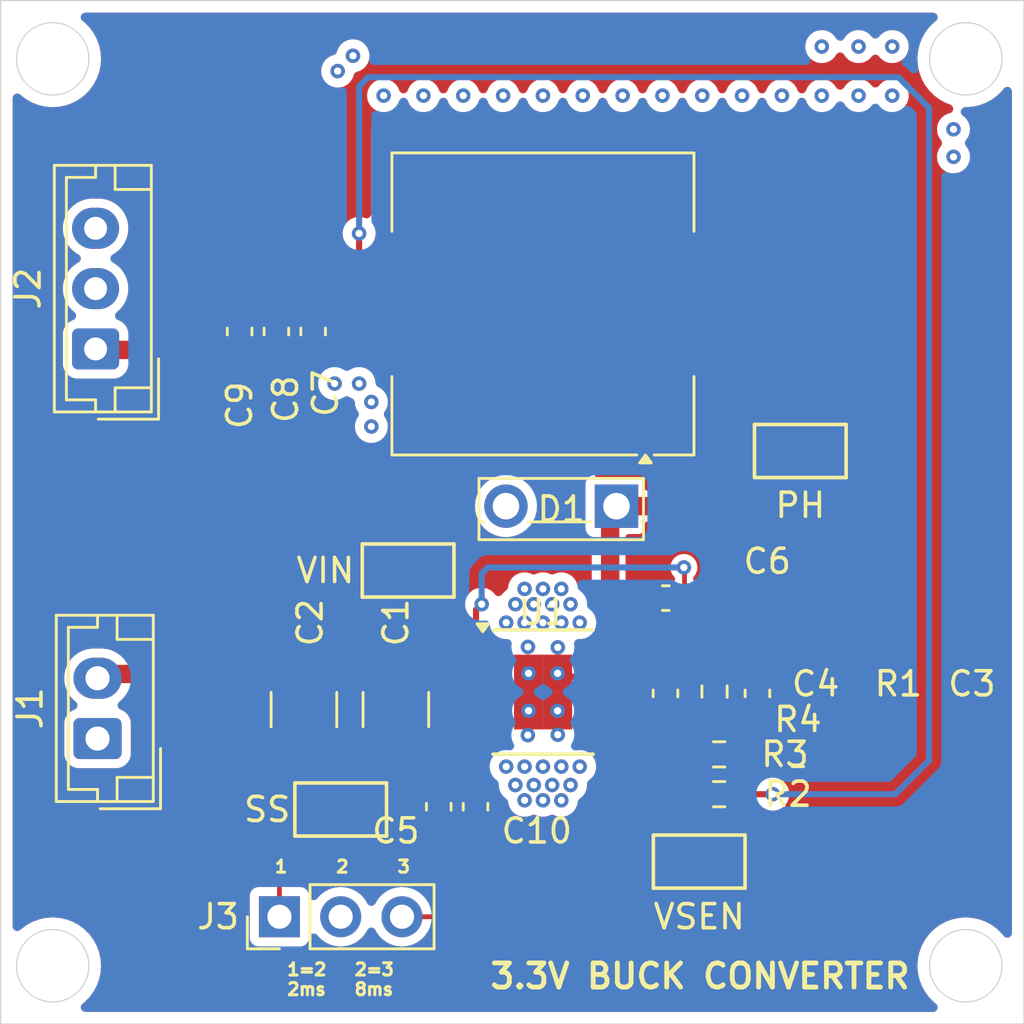
<source format=kicad_pcb>
(kicad_pcb (version 20240108) (generator "pcbnew") (generator_version "8.0")
  (layers (0 "F.Cu" signal) (31 "B.Cu" signal) (34 "B.Paste" user) (35 "F.Paste" user) (36 "B.SilkS" user "B.Silkscreen") (37 "F.SilkS" user "F.Silkscreen") (38 "B.Mask" user) (39 "F.Mask" user) (44 "Edge.Cuts" user))
  (net 0 "")
  (footprint "Capacitor_SMD:C_1210_3225Metric" (layer "F.Cu") (at 49.784 58.723 -90)
    (property "Reference" "C1" (at -3.605 0 -90) (layer "F.SilkS"))
    (property "Value" "22uF")
    (fp_line (start -0.711252 1.36) (end 0.711252 1.36) (stroke (width 0.12)) (layer "F.SilkS"))
    (fp_line (start -0.711252 -1.36) (end 0.711252 -1.36) (stroke (width 0.12)) (layer "F.SilkS"))
    (pad "1" smd roundrect (at -1.475 0 270) (size 1.15 2.7) (layers "F.Cu" "F.Paste" "F.Mask") (roundrect_rratio 0.217391))
    (pad "2" smd roundrect (at 1.475 0 270) (size 1.15 2.7) (layers "F.Cu" "F.Paste" "F.Mask") (roundrect_rratio 0.217391))
  )
  (footprint "Inductor_SMD:L_Coilcraft_MSS1278T-XXX" (layer "F.Cu") (at 55.88 41.91 180)
    (property "Reference" "L1" (hide yes))
    (property "Value" "12uH")
    (fp_line (start 6.26 6.26) (end 6.26 3.01) (stroke (width 0.12)) (layer "F.SilkS"))
    (fp_line (start 6.26 -6.26) (end 6.26 -3.01) (stroke (width 0.12)) (layer "F.SilkS"))
    (fp_line (start -3.89 -6.26) (end 6.26 -6.26) (stroke (width 0.12)) (layer "F.SilkS"))
    (fp_line (start -6.26 6.26) (end 6.26 6.26) (stroke (width 0.12)) (layer "F.SilkS"))
    (fp_line (start -6.26 6.26) (end -6.26 3.01) (stroke (width 0.12)) (layer "F.SilkS"))
    (fp_line (start -6.26 -6.26) (end -4.61 -6.26) (stroke (width 0.12)) (layer "F.SilkS"))
    (fp_line (start -6.26 -6.26) (end -6.26 -3.01) (stroke (width 0.12)) (layer "F.SilkS"))
    (fp_poly (pts (xy -4.25 -6.26) (xy -4.49 -6.59) (xy -4.01 -6.59) (xy -4.25 -6.26)) (stroke (width 0.12)) (fill solid) (layer "F.SilkS"))
    (pad "1" smd roundrect (at -4.25 0 180) (size 4 5.5) (layers "F.Cu" "F.Paste" "F.Mask"))
    (pad "2" smd roundrect (at 4.25 0 180) (size 4 5.5) (layers "F.Cu" "F.Paste" "F.Mask"))
  )
  (footprint "Connector_PinHeader_2.54mm:PinHeader_1x03_P2.54mm_Vertical" (layer "F.Cu") (at 44.958 67.31 90)
    (property "Reference" "J3" (at 0 -2.54 180) (layer "F.SilkS"))
    (property "Value" "Slow Start")
    (fp_line (start -1.33 -1.33) (end 0 -1.33) (stroke (width 0.12)) (layer "F.SilkS"))
    (fp_line (start -1.33 0) (end -1.33 -1.33) (stroke (width 0.12)) (layer "F.SilkS"))
    (fp_line (start 1.33 1.27) (end 1.33 6.41) (stroke (width 0.12)) (layer "F.SilkS"))
    (fp_line (start -1.33 1.27) (end 1.33 1.27) (stroke (width 0.12)) (layer "F.SilkS"))
    (fp_line (start -1.33 1.27) (end -1.33 6.41) (stroke (width 0.12)) (layer "F.SilkS"))
    (fp_line (start -1.33 6.41) (end 1.33 6.41) (stroke (width 0.12)) (layer "F.SilkS"))
    (pad "1" thru_hole rect (at 0 0 90) (size 1.7 1.7) (drill 1) (layers "*.Cu" "*.Mask"))
    (pad "2" thru_hole oval (at 0 2.54 90) (size 1.7 1.7) (drill 1) (layers "*.Cu" "*.Mask"))
    (pad "3" thru_hole oval (at 0 5.08 90) (size 1.7 1.7) (drill 1) (layers "*.Cu" "*.Mask"))
  )
  (footprint "TestPoint:TestPoint_Keystone_5015_Micro-Minature" (layer "F.Cu") (at 47.498 62.865)
    (property "Reference" "SS" (at -3.048 0 0) (layer "F.SilkS"))
    (property "Value" "TestPoint")
    (fp_line (start -1.9 -1.1) (end 1.9 -1.1) (stroke (width 0.15)) (layer "F.SilkS"))
    (fp_line (start -1.9 1.1) (end -1.9 -1.1) (stroke (width 0.15)) (layer "F.SilkS"))
    (fp_line (start 1.9 -1.1) (end 1.9 1.1) (stroke (width 0.15)) (layer "F.SilkS"))
    (fp_line (start 1.9 1.1) (end -1.9 1.1) (stroke (width 0.15)) (layer "F.SilkS"))
    (pad "1" smd rect (at 0 0) (size 3.4 1.8) (layers "F.Cu" "F.Paste" "F.Mask"))
  )
  (footprint "Capacitor_SMD:C_0603_1608Metric" (layer "F.Cu") (at 53.086 62.751 90)
    (property "Reference" "C10" (at -1.003 2.54 180) (layer "F.SilkS"))
    (property "Value" "20nF")
    (fp_line (start -0.14058 -0.51) (end 0.14058 -0.51) (stroke (width 0.12)) (layer "F.SilkS"))
    (fp_line (start -0.14058 0.51) (end 0.14058 0.51) (stroke (width 0.12)) (layer "F.SilkS"))
    (pad "1" smd roundrect (at -0.775 0 90) (size 0.9 0.95) (layers "F.Cu" "F.Paste" "F.Mask"))
    (pad "2" smd roundrect (at 0.775 0 90) (size 0.9 0.95) (layers "F.Cu" "F.Paste" "F.Mask"))
  )
  (footprint "Capacitor_SMD:C_0603_1608Metric" (layer "F.Cu") (at 43.307 43.053 90)
    (property "Reference" "C9" (at -3.061 0 90) (layer "F.SilkS"))
    (property "Value" "47uF")
    (fp_line (start -0.14058 -0.51) (end 0.14058 -0.51) (stroke (width 0.12)) (layer "F.SilkS"))
    (fp_line (start -0.14058 0.51) (end 0.14058 0.51) (stroke (width 0.12)) (layer "F.SilkS"))
    (pad "1" smd roundrect (at -0.775 0 90) (size 0.9 0.95) (layers "F.Cu" "F.Paste" "F.Mask"))
    (pad "2" smd roundrect (at 0.775 0 90) (size 0.9 0.95) (layers "F.Cu" "F.Paste" "F.Mask"))
  )
  (footprint "Capacitor_SMD:C_0603_1608Metric" (layer "F.Cu") (at 60.973 54.102 180)
    (property "Reference" "C6" (at -4.204 1.524 0) (layer "F.SilkS"))
    (property "Value" "100nF")
    (fp_line (start -0.14058 0.51) (end 0.14058 0.51) (stroke (width 0.12)) (layer "F.SilkS"))
    (fp_line (start -0.14058 -0.51) (end 0.14058 -0.51) (stroke (width 0.12)) (layer "F.SilkS"))
    (pad "1" smd roundrect (at -0.775 0 180) (size 0.9 0.95) (layers "F.Cu" "F.Paste" "F.Mask"))
    (pad "2" smd roundrect (at 0.775 0 180) (size 0.9 0.95) (layers "F.Cu" "F.Paste" "F.Mask"))
  )
  (footprint "Resistor_SMD:R_0603_1608Metric" (layer "F.Cu") (at 63.183 60.579)
    (property "Reference" "R3" (at 2.73 0 0) (layer "F.SilkS"))
    (property "Value" "1.5k")
    (fp_line (start -0.237258 -0.5225) (end 0.237258 -0.5225) (stroke (width 0.12)) (layer "F.SilkS"))
    (fp_line (start -0.237258 0.5225) (end 0.237258 0.5225) (stroke (width 0.12)) (layer "F.SilkS"))
    (pad "1" smd roundrect (at -0.825 0) (size 0.8 0.95) (layers "F.Cu" "F.Paste" "F.Mask"))
    (pad "2" smd roundrect (at 0.825 0) (size 0.8 0.95) (layers "F.Cu" "F.Paste" "F.Mask"))
  )
  (footprint "Package_TO_SOT_THT:TO-251-2_Vertical" (layer "F.Cu") (at 58.928 50.292 180)
    (property "Reference" "D1" (at 2.29 -0.12 0) (layer "F.SilkS"))
    (property "Value" "950mV 10A" (hide yes))
    (fp_line (start 5.7 -1.39) (end 5.7 1.15) (stroke (width 0.12)) (layer "F.SilkS"))
    (fp_line (start 5.505 -0.651) (end 5.7 -0.651) (stroke (width 0.12)) (layer "F.SilkS"))
    (fp_line (start 1.05 -0.651) (end 3.656 -0.651) (stroke (width 0.12)) (layer "F.SilkS"))
    (fp_line (start -1.12 1.15) (end 5.7 1.15) (stroke (width 0.12)) (layer "F.SilkS"))
    (fp_line (start -1.12 -0.651) (end -1.05 -0.651) (stroke (width 0.12)) (layer "F.SilkS"))
    (fp_line (start -1.12 -1.39) (end 5.7 -1.39) (stroke (width 0.12)) (layer "F.SilkS"))
    (fp_line (start -1.12 -1.39) (end -1.12 1.15) (stroke (width 0.12)) (layer "F.SilkS"))
    (pad "1" thru_hole rect (at 0 0 180) (size 1.8 1.8) (drill 1.1) (layers "*.Cu" "*.Mask"))
    (pad "2" thru_hole circle (at 4.58 0 180) (size 1.8 1.8) (drill 1.1) (layers "*.Cu" "*.Mask"))
  )
  (footprint "TestPoint:TestPoint_Keystone_5015_Micro-Minature" (layer "F.Cu") (at 50.292 52.959)
    (property "Reference" "VIN" (at -3.429 0 0) (layer "F.SilkS"))
    (property "Value" "TestPoint" (hide yes))
    (fp_line (start -1.9 -1.1) (end 1.9 -1.1) (stroke (width 0.15)) (layer "F.SilkS"))
    (fp_line (start -1.9 1.1) (end -1.9 -1.1) (stroke (width 0.15)) (layer "F.SilkS"))
    (fp_line (start 1.9 -1.1) (end 1.9 1.1) (stroke (width 0.15)) (layer "F.SilkS"))
    (fp_line (start 1.9 1.1) (end -1.9 1.1) (stroke (width 0.15)) (layer "F.SilkS"))
    (pad "1" smd rect (at 0 0) (size 3.4 1.8) (layers "F.Cu" "F.Paste" "F.Mask"))
  )
  (footprint "Resistor_SMD:R_0603_1608Metric" (layer "F.Cu") (at 63.183 62.23 180)
    (property "Reference" "R2" (at -2.857 0 0) (layer "F.SilkS"))
    (property "Value" "10k")
    (fp_line (start -0.237258 0.5225) (end 0.237258 0.5225) (stroke (width 0.12)) (layer "F.SilkS"))
    (fp_line (start -0.237258 -0.5225) (end 0.237258 -0.5225) (stroke (width 0.12)) (layer "F.SilkS"))
    (pad "1" smd roundrect (at -0.825 0 180) (size 0.8 0.95) (layers "F.Cu" "F.Paste" "F.Mask"))
    (pad "2" smd roundrect (at 0.825 0 180) (size 0.8 0.95) (layers "F.Cu" "F.Paste" "F.Mask"))
  )
  (footprint "Capacitor_SMD:C_1210_3225Metric" (layer "F.Cu") (at 45.974 58.723 -90)
    (property "Reference" "C2" (at -3.605 -0.254 -90) (layer "F.SilkS"))
    (property "Value" "22uF")
    (fp_line (start -0.711252 1.36) (end 0.711252 1.36) (stroke (width 0.12)) (layer "F.SilkS"))
    (fp_line (start -0.711252 -1.36) (end 0.711252 -1.36) (stroke (width 0.12)) (layer "F.SilkS"))
    (pad "1" smd roundrect (at -1.475 0 270) (size 1.15 2.7) (layers "F.Cu" "F.Paste" "F.Mask") (roundrect_rratio 0.217391))
    (pad "2" smd roundrect (at 1.475 0 270) (size 1.15 2.7) (layers "F.Cu" "F.Paste" "F.Mask") (roundrect_rratio 0.217391))
  )
  (footprint "Capacitor_SMD:C_0603_1608Metric" (layer "F.Cu") (at 51.562 62.751 90)
    (property "Reference" "C5" (at -1.003 -1.778 180) (layer "F.SilkS"))
    (property "Value" "5nF")
    (fp_line (start -0.14058 -0.51) (end 0.14058 -0.51) (stroke (width 0.12)) (layer "F.SilkS"))
    (fp_line (start -0.14058 0.51) (end 0.14058 0.51) (stroke (width 0.12)) (layer "F.SilkS"))
    (pad "1" smd roundrect (at -0.775 0 90) (size 0.9 0.95) (layers "F.Cu" "F.Paste" "F.Mask"))
    (pad "2" smd roundrect (at 0.775 0 90) (size 0.9 0.95) (layers "F.Cu" "F.Paste" "F.Mask"))
  )
  (footprint "TestPoint:TestPoint_Keystone_5015_Micro-Minature" (layer "F.Cu") (at 66.548 48.006 180)
    (property "Reference" "PH" (at 0 -2.25 0) (layer "F.SilkS"))
    (property "Value" "TestPoint")
    (fp_line (start 1.9 1.1) (end -1.9 1.1) (stroke (width 0.15)) (layer "F.SilkS"))
    (fp_line (start 1.9 -1.1) (end 1.9 1.1) (stroke (width 0.15)) (layer "F.SilkS"))
    (fp_line (start -1.9 1.1) (end -1.9 -1.1) (stroke (width 0.15)) (layer "F.SilkS"))
    (fp_line (start -1.9 -1.1) (end 1.9 -1.1) (stroke (width 0.15)) (layer "F.SilkS"))
    (pad "1" smd rect (at 0 0 180) (size 3.4 1.8) (layers "F.Cu" "F.Paste" "F.Mask"))
  )
  (footprint "Resistor_SMD:R_0603_1608Metric" (layer "F.Cu") (at 66.449701 60.565709)
    (property "Reference" "R4" (at 0 -1.43 0) (layer "F.SilkS"))
    (property "Value" "390")
    (fp_line (start -0.237258 -0.5225) (end 0.237258 -0.5225) (stroke (width 0.12)) (layer "F.SilkS"))
    (fp_line (start -0.237258 0.5225) (end 0.237258 0.5225) (stroke (width 0.12)) (layer "F.SilkS"))
    (pad "1" smd roundrect (at -0.825 0) (size 0.8 0.95) (layers "F.Cu" "F.Paste" "F.Mask"))
    (pad "2" smd roundrect (at 0.825 0) (size 0.8 0.95) (layers "F.Cu" "F.Paste" "F.Mask"))
  )
  (footprint "Connector_JST:JST_EH_B3B-EH-A_1x03_P2.50mm_Vertical" (layer "F.Cu") (at 37.338 43.775 90)
    (property "Reference" "J2" (at 2.5 -2.8 90) (layer "F.SilkS"))
    (property "Value" "Conn_01x03_Socket")
    (fp_line (start 7.61 -1.71) (end -2.61 -1.71) (stroke (width 0.12)) (layer "F.SilkS"))
    (fp_line (start -2.61 -1.71) (end -2.61 2.31) (stroke (width 0.12)) (layer "F.SilkS"))
    (fp_line (start 7.11 -1.21) (end 7.11 0) (stroke (width 0.12)) (layer "F.SilkS"))
    (fp_line (start -2.11 -1.21) (end 7.11 -1.21) (stroke (width 0.12)) (layer "F.SilkS"))
    (fp_line (start 7.11 0) (end 7.61 0) (stroke (width 0.12)) (layer "F.SilkS"))
    (fp_line (start -2.11 0) (end -2.11 -1.21) (stroke (width 0.12)) (layer "F.SilkS"))
    (fp_line (start -2.61 0) (end -2.11 0) (stroke (width 0.12)) (layer "F.SilkS"))
    (fp_line (start -2.91 0.11) (end -2.91 2.61) (stroke (width 0.12)) (layer "F.SilkS"))
    (fp_line (start 7.61 0.81) (end 6.61 0.81) (stroke (width 0.12)) (layer "F.SilkS"))
    (fp_line (start 6.61 0.81) (end 6.61 2.31) (stroke (width 0.12)) (layer "F.SilkS"))
    (fp_line (start -1.61 0.81) (end -1.61 2.31) (stroke (width 0.12)) (layer "F.SilkS"))
    (fp_line (start -2.61 0.81) (end -1.61 0.81) (stroke (width 0.12)) (layer "F.SilkS"))
    (fp_line (start 7.61 2.31) (end 7.61 -1.71) (stroke (width 0.12)) (layer "F.SilkS"))
    (fp_line (start -2.61 2.31) (end 7.61 2.31) (stroke (width 0.12)) (layer "F.SilkS"))
    (fp_line (start -2.91 2.61) (end -0.41 2.61) (stroke (width 0.12)) (layer "F.SilkS"))
    (pad "1" thru_hole roundrect (at 0 0 90) (size 1.7 1.95) (drill 0.95) (layers "*.Cu" "*.Mask") (roundrect_rratio 0.147059))
    (pad "2" thru_hole oval (at 2.5 0 90) (size 1.7 1.95) (drill 0.95) (layers "*.Cu" "*.Mask"))
    (pad "3" thru_hole oval (at 5 0 90) (size 1.7 1.95) (drill 0.95) (layers "*.Cu" "*.Mask"))
  )
  (footprint "TestPoint:TestPoint_Keystone_5015_Micro-Minature" (layer "F.Cu") (at 62.357 65.024)
    (property "Reference" "VSEN" (at 0 2.286 0) (layer "F.SilkS"))
    (property "Value" "TestPoint" (hide yes))
    (fp_line (start -1.9 -1.1) (end 1.9 -1.1) (stroke (width 0.15)) (layer "F.SilkS"))
    (fp_line (start -1.9 1.1) (end -1.9 -1.1) (stroke (width 0.15)) (layer "F.SilkS"))
    (fp_line (start 1.9 -1.1) (end 1.9 1.1) (stroke (width 0.15)) (layer "F.SilkS"))
    (fp_line (start 1.9 1.1) (end -1.9 1.1) (stroke (width 0.15)) (layer "F.SilkS"))
    (pad "1" smd rect (at 0 0) (size 3.4 1.8) (layers "F.Cu" "F.Paste" "F.Mask"))
  )
  (footprint "Capacitor_SMD:C_0603_1608Metric" (layer "F.Cu") (at 64.771 58.052 -90)
    (property "Reference" "C3" (at -0.394 -8.89 180) (layer "F.SilkS"))
    (property "Value" "1nF")
    (fp_line (start -0.14058 0.51) (end 0.14058 0.51) (stroke (width 0.12)) (layer "F.SilkS"))
    (fp_line (start -0.14058 -0.51) (end 0.14058 -0.51) (stroke (width 0.12)) (layer "F.SilkS"))
    (pad "1" smd roundrect (at -0.775 0 270) (size 0.9 0.95) (layers "F.Cu" "F.Paste" "F.Mask"))
    (pad "2" smd roundrect (at 0.775 0 270) (size 0.9 0.95) (layers "F.Cu" "F.Paste" "F.Mask"))
  )
  (footprint "Resistor_SMD:R_0603_1608Metric" (layer "F.Cu") (at 62.992 57.976 90)
    (property "Reference" "R1" (at 0.318 7.62 180) (layer "F.SilkS"))
    (property "Value" "50k")
    (fp_line (start -0.237258 -0.5225) (end 0.237258 -0.5225) (stroke (width 0.12)) (layer "F.SilkS"))
    (fp_line (start -0.237258 0.5225) (end 0.237258 0.5225) (stroke (width 0.12)) (layer "F.SilkS"))
    (pad "1" smd roundrect (at -0.825 0 90) (size 0.8 0.95) (layers "F.Cu" "F.Paste" "F.Mask"))
    (pad "2" smd roundrect (at 0.825 0 90) (size 0.8 0.95) (layers "F.Cu" "F.Paste" "F.Mask"))
  )
  (footprint "Connector_JST:JST_EH_B2B-EH-A_1x02_P2.50mm_Vertical" (layer "F.Cu") (at 37.419 59.924 90)
    (property "Reference" "J1" (at 1.25 -2.8 90) (layer "F.SilkS"))
    (property "Value" "+12V In")
    (fp_line (start 5.11 -1.71) (end -2.61 -1.71) (stroke (width 0.12)) (layer "F.SilkS"))
    (fp_line (start -2.61 -1.71) (end -2.61 2.31) (stroke (width 0.12)) (layer "F.SilkS"))
    (fp_line (start 4.61 -1.21) (end 4.61 0) (stroke (width 0.12)) (layer "F.SilkS"))
    (fp_line (start -2.11 -1.21) (end 4.61 -1.21) (stroke (width 0.12)) (layer "F.SilkS"))
    (fp_line (start 4.61 0) (end 5.11 0) (stroke (width 0.12)) (layer "F.SilkS"))
    (fp_line (start -2.11 0) (end -2.11 -1.21) (stroke (width 0.12)) (layer "F.SilkS"))
    (fp_line (start -2.61 0) (end -2.11 0) (stroke (width 0.12)) (layer "F.SilkS"))
    (fp_line (start -2.91 0.11) (end -2.91 2.61) (stroke (width 0.12)) (layer "F.SilkS"))
    (fp_line (start 5.11 0.81) (end 4.11 0.81) (stroke (width 0.12)) (layer "F.SilkS"))
    (fp_line (start 4.11 0.81) (end 4.11 2.31) (stroke (width 0.12)) (layer "F.SilkS"))
    (fp_line (start -1.61 0.81) (end -1.61 2.31) (stroke (width 0.12)) (layer "F.SilkS"))
    (fp_line (start -2.61 0.81) (end -1.61 0.81) (stroke (width 0.12)) (layer "F.SilkS"))
    (fp_line (start 5.11 2.31) (end 5.11 -1.71) (stroke (width 0.12)) (layer "F.SilkS"))
    (fp_line (start -2.61 2.31) (end 5.11 2.31) (stroke (width 0.12)) (layer "F.SilkS"))
    (fp_line (start -2.91 2.61) (end -0.41 2.61) (stroke (width 0.12)) (layer "F.SilkS"))
    (pad "1" thru_hole roundrect (at 0 0 90) (size 1.7 2) (drill 1) (layers "*.Cu" "*.Mask") (roundrect_rratio 0.147059))
    (pad "2" thru_hole oval (at 2.5 0 90) (size 1.7 2) (drill 1) (layers "*.Cu" "*.Mask"))
  )
  (footprint "Capacitor_SMD:C_0603_1608Metric" (layer "F.Cu") (at 46.355 43.053 90)
    (property "Reference" "C7" (at -2.553 0.508 90) (layer "F.SilkS"))
    (property "Value" "47uF")
    (fp_line (start -0.14058 -0.51) (end 0.14058 -0.51) (stroke (width 0.12)) (layer "F.SilkS"))
    (fp_line (start -0.14058 0.51) (end 0.14058 0.51) (stroke (width 0.12)) (layer "F.SilkS"))
    (pad "1" smd roundrect (at -0.775 0 90) (size 0.9 0.95) (layers "F.Cu" "F.Paste" "F.Mask"))
    (pad "2" smd roundrect (at 0.775 0 90) (size 0.9 0.95) (layers "F.Cu" "F.Paste" "F.Mask"))
  )
  (footprint "Package_SO:TI_SO-PowerPAD-8" (layer "F.Cu") (at 55.885983 57.996194)
    (property "Reference" "U1" (at 0 -3.3 0) (layer "F.SilkS"))
    (property "Value" "~")
    (fp_line (start -2.075 -2.575) (end 2.075 -2.575) (stroke (width 0.15)) (layer "F.SilkS"))
    (fp_line (start -2.075 2.575) (end 2.075 2.575) (stroke (width 0.15)) (layer "F.SilkS"))
    (fp_poly (pts (xy -2.5 -2.5) (xy -2.74 -2.83) (xy -2.26 -2.83) (xy -2.5 -2.5)) (stroke (width 0.12)) (fill solid) (layer "F.SilkS"))
    (pad "1" smd rect (at -2.78 -1.905) (size 1.91 0.61) (layers "F.Cu" "F.Paste" "F.Mask"))
    (pad "2" smd rect (at -2.78 -0.635) (size 1.91 0.61) (layers "F.Cu" "F.Paste" "F.Mask"))
    (pad "3" smd rect (at -2.78 0.635) (size 1.91 0.61) (layers "F.Cu" "F.Paste" "F.Mask"))
    (pad "4" smd rect (at -2.78 1.905) (size 1.91 0.61) (layers "F.Cu" "F.Paste" "F.Mask"))
    (pad "5" smd rect (at 2.78 1.905) (size 1.91 0.61) (layers "F.Cu" "F.Paste" "F.Mask"))
    (pad "6" smd rect (at 2.78 0.635) (size 1.91 0.61) (layers "F.Cu" "F.Paste" "F.Mask"))
    (pad "7" smd rect (at 2.78 -0.635) (size 1.91 0.61) (layers "F.Cu" "F.Paste" "F.Mask"))
    (pad "8" smd rect (at 2.78 -1.905) (size 1.91 0.61) (layers "F.Cu" "F.Paste" "F.Mask"))
    (pad "9" smd rect (at -0.6025 -0.775) (size 1.205 1.55) (layers "F.Cu" "F.Paste" "F.Mask"))
    (pad "9" smd rect (at -0.6025 0.775) (size 1.205 1.55) (layers "F.Cu" "F.Paste" "F.Mask"))
    (pad "9" smd rect (at 0.6025 -0.775) (size 1.205 1.55) (layers "F.Cu" "F.Paste" "F.Mask"))
    (pad "9" smd rect (at 0.6025 0.775) (size 1.205 1.55) (layers "F.Cu" "F.Paste" "F.Mask"))
  )
  (footprint "Capacitor_SMD:C_0603_1608Metric" (layer "F.Cu") (at 60.96 58.052 90)
    (property "Reference" "C4" (at 0.394 6.223 180) (layer "F.SilkS"))
    (property "Value" "10pF")
    (fp_line (start -0.14058 -0.51) (end 0.14058 -0.51) (stroke (width 0.12)) (layer "F.SilkS"))
    (fp_line (start -0.14058 0.51) (end 0.14058 0.51) (stroke (width 0.12)) (layer "F.SilkS"))
    (pad "1" smd roundrect (at -0.775 0 90) (size 0.9 0.95) (layers "F.Cu" "F.Paste" "F.Mask"))
    (pad "2" smd roundrect (at 0.775 0 90) (size 0.9 0.95) (layers "F.Cu" "F.Paste" "F.Mask"))
  )
  (footprint "Capacitor_SMD:C_0603_1608Metric" (layer "F.Cu") (at 44.831 43.053 90)
    (property "Reference" "C8" (at -2.807 0.381 90) (layer "F.SilkS"))
    (property "Value" "47uF")
    (fp_line (start -0.14058 -0.51) (end 0.14058 -0.51) (stroke (width 0.12)) (layer "F.SilkS"))
    (fp_line (start -0.14058 0.51) (end 0.14058 0.51) (stroke (width 0.12)) (layer "F.SilkS"))
    (pad "1" smd roundrect (at -0.775 0 90) (size 0.9 0.95) (layers "F.Cu" "F.Paste" "F.Mask"))
    (pad "2" smd roundrect (at 0.775 0 90) (size 0.9 0.95) (layers "F.Cu" "F.Paste" "F.Mask"))
  )
  (gr_rect (start 33.401 29.337) (end 75.819 71.755) (stroke (width 0.05)) (fill none) (layer "Edge.Cuts"))
  (gr_circle (center 73.406 31.75) (end 74.905997 31.75) (stroke (width 0.05)) (fill none) (layer "Edge.Cuts"))
  (gr_circle (center 35.56 69.342) (end 37.059997 69.342) (stroke (width 0.05)) (fill none) (layer "Edge.Cuts"))
  (gr_circle (center 73.406 69.342) (end 74.905997 69.342) (stroke (width 0.05)) (fill none) (layer "Edge.Cuts"))
  (gr_circle (center 35.56 31.75) (end 37.059997 31.75) (stroke (width 0.05)) (fill none) (layer "Edge.Cuts"))
  (gr_text "2=3\n8ms" (at 48.006 70.612 0) (layer "F.SilkS") (effects (font (size 0.508 0.508) (thickness 0.127) (bold yes)) (justify left bottom)))
  (gr_text "2" (at 47.244 65.532 0) (layer "F.SilkS") (effects (font (size 0.508 0.508) (thickness 0.127) (bold yes)) (justify left bottom)))
  (gr_text "1" (at 44.704 65.532 0) (layer "F.SilkS") (effects (font (size 0.508 0.508) (thickness 0.127) (bold yes)) (justify left bottom)))
  (gr_text "1=2 \n2ms" (at 45.212 70.612 0) (layer "F.SilkS") (effects (font (size 0.508 0.508) (thickness 0.127) (bold yes)) (justify left bottom)))
  (gr_text "3" (at 49.784 65.532 0) (layer "F.SilkS") (effects (font (size 0.508 0.508) (thickness 0.127) (bold yes)) (justify left bottom)))
  (gr_text "3.3V BUCK CONVERTER\n" (at 53.594 70.358 0) (layer "F.SilkS") (effects (font (size 1 1) (thickness 0.2) (bold yes)) (justify left bottom)))
  (segment (start 48.26 43.561) (end 47.879 43.942) (width 0.254) (layer "F.Cu") (net 0))
  (segment (start 61.722 52.832) (end 61.748 52.858) (width 0.2) (layer "F.Cu") (net 0))
  (segment (start 58.665983 52.832) (end 58.665983 50.554017) (width 0.762) (layer "F.Cu") (net 0))
  (segment (start 64.516 46.863) (end 64.516 47.879) (width 0.762) (layer "F.Cu") (net 0))
  (segment (start 48.26 43.688) (end 48.514 43.942) (width 0.254) (layer "F.Cu") (net 0))
  (segment (start 62.358 62.231) (end 62.357 62.232) (width 0.254) (layer "F.Cu") (net 0))
  (segment (start 51.562 64.008) (end 50.8 64.77) (width 0.2) (layer "F.Cu") (net 0))
  (segment (start 59.173983 54.102) (end 58.665983 53.594) (width 0.762) (layer "F.Cu") (net 0))
  (segment (start 37.465 43.775) (end 37.505 43.815) (width 0.762) (layer "F.Cu") (net 0))
  (segment (start 58.665983 57.361194) (end 56.628483 57.361194) (width 0.254) (layer "F.Cu") (net 0))
  (segment (start 60.13 41.91) (end 63.5 41.91) (width 0.762) (layer "F.Cu") (net 0))
  (segment (start 62.358 60.579) (end 62.358 62.23) (width 0.254) (layer "F.Cu") (net 0))
  (segment (start 64.77 48.133) (end 64.516 47.879) (width 0.762) (layer "F.Cu") (net 0))
  (segment (start 52.832 61.214) (end 49.149 61.214) (width 0.2) (layer "F.Cu") (net 0))
  (segment (start 64.516 49.276) (end 64.516 49.784) (width 0.762) (layer "F.Cu") (net 0))
  (segment (start 53.105983 61.214) (end 52.832 61.214) (width 0.2) (layer "F.Cu") (net 0))
  (segment (start 65.61141 60.579) (end 65.624701 60.565709) (width 0.2) (layer "F.Cu") (net 0))
  (segment (start 51.562 43.18) (end 50.8 43.942) (width 0.762) (layer "F.Cu") (net 0))
  (segment (start 64.77 57.277) (end 63.118 57.277) (width 0.254) (layer "F.Cu") (net 0))
  (segment (start 60.96 58.827) (end 62.966 58.827) (width 0.254) (layer "F.Cu") (net 0))
  (segment (start 52.07 57.15) (end 52.894789 57.15) (width 0.762) (layer "F.Cu") (net 0))
  (segment (start 48.26 43.307) (end 48.26 43.561) (width 0.254) (layer "F.Cu") (net 0))
  (segment (start 37.494 57.248) (end 45.974 57.248) (width 0.762) (layer "F.Cu") (net 0))
  (segment (start 64.516 42.926) (end 64.516 46.863) (width 0.762) (layer "F.Cu") (net 0))
  (segment (start 59.393194 59.901194) (end 60.071 60.579) (width 0.254) (layer "F.Cu") (net 0))
  (segment (start 66.548 48.133) (end 64.77 48.133) (width 0.762) (layer "F.Cu") (net 0))
  (segment (start 51.435 54.356) (end 51.435 53.213) (width 0.762) (layer "F.Cu") (net 0))
  (segment (start 56.628483 57.361194) (end 56.488483 57.221194) (width 0.254) (layer "F.Cu") (net 0))
  (segment (start 64.516 47.879) (end 64.516 49.276) (width 0.762) (layer "F.Cu") (net 0))
  (segment (start 59.173983 54.102) (end 60.198 54.102) (width 0.762) (layer "F.Cu") (net 0))
  (segment (start 58.665983 54.61) (end 59.173983 54.102) (width 0.762) (layer "F.Cu") (net 0))
  (segment (start 45.974 57.248) (end 49.784 57.248) (width 0.762) (layer "F.Cu") (net 0))
  (segment (start 53.086 66.04) (end 51.816 67.31) (width 0.2) (layer "F.Cu") (net 0))
  (segment (start 60.875806 57.361194) (end 60.96 57.277) (width 0.254) (layer "F.Cu") (net 0))
  (segment (start 48.26 43.307) (end 47.625 43.942) (width 0.254) (layer "F.Cu") (net 0))
  (segment (start 53.105983 59.901194) (end 53.105983 60.96) (width 0.2) (layer "F.Cu") (net 0))
  (segment (start 58.665983 59.901194) (end 59.393194 59.901194) (width 0.254) (layer "F.Cu") (net 0))
  (segment (start 58.665983 56.091194) (end 58.665983 54.61) (width 0.762) (layer "F.Cu") (net 0))
  (segment (start 60.764194 58.631194) (end 60.96 58.827) (width 0.254) (layer "F.Cu") (net 0))
  (segment (start 61.748 52.858) (end 61.748 54.102) (width 0.2) (layer "F.Cu") (net 0))
  (segment (start 53.105983 61.214) (end 53.105983 61.956017) (width 0.2) (layer "F.Cu") (net 0))
  (segment (start 51.816 67.31) (end 50.038 67.31) (width 0.2) (layer "F.Cu") (net 0))
  (segment (start 51.63 41.91) (end 51.63 42.223) (width 0.762) (layer "F.Cu") (net 0))
  (segment (start 58.665983 58.631194) (end 60.764194 58.631194) (width 0.254) (layer "F.Cu") (net 0))
  (segment (start 64.516 49.276) (end 65.659 48.133) (width 0.762) (layer "F.Cu") (net 0))
  (segment (start 51.435 56.515) (end 51.435 54.356) (width 0.762) (layer "F.Cu") (net 0))
  (segment (start 66.548 48.133) (end 65.786 48.133) (width 0.762) (layer "F.Cu") (net 0))
  (segment (start 46.355 43.828) (end 43.307 43.828) (width 0.762) (layer "F.Cu") (net 0))
  (segment (start 53.086 63.526) (end 53.086 66.04) (width 0.2) (layer "F.Cu") (net 0))
  (segment (start 52.832 61.214) (end 53.086 61.468) (width 0.2) (layer "F.Cu") (net 0))
  (segment (start 65.659 48.133) (end 66.548 48.133) (width 0.762) (layer "F.Cu") (net 0))
  (segment (start 50.8 43.942) (end 49.911 43.942) (width 0.762) (layer "F.Cu") (net 0))
  (segment (start 49.784 57.15) (end 52.07 57.15) (width 0.762) (layer "F.Cu") (net 0))
  (segment (start 63.5 41.91) (end 64.516 42.926) (width 0.762) (layer "F.Cu") (net 0))
  (segment (start 58.665983 57.361194) (end 60.875806 57.361194) (width 0.254) (layer "F.Cu") (net 0))
  (segment (start 58.665983 54.61) (end 58.665983 52.832) (width 0.762) (layer "F.Cu") (net 0))
  (segment (start 48.26 43.307) (end 48.26 43.688) (width 0.254) (layer "F.Cu") (net 0))
  (segment (start 58.665983 50.554017) (end 58.928 50.292) (width 0.762) (layer "F.Cu") (net 0))
  (segment (start 58.665983 53.594) (end 58.665983 52.832) (width 0.762) (layer "F.Cu") (net 0))
  (segment (start 53.105983 60.96) (end 53.105983 61.214) (width 0.2) (layer "F.Cu") (net 0))
  (segment (start 53.086 61.468) (end 53.086 61.976) (width 0.2) (layer "F.Cu") (net 0))
  (segment (start 51.63 42.223) (end 49.911 43.942) (width 0.762) (layer "F.Cu") (net 0))
  (segment (start 64.008 62.23) (end 65.405 62.23) (width 0.254) (layer "F.Cu") (net 0))
  (segment (start 64.008 50.292) (end 58.928 50.292) (width 0.762) (layer "F.Cu") (net 0))
  (segment (start 60.071 60.579) (end 62.358 60.579) (width 0.254) (layer "F.Cu") (net 0))
  (segment (start 51.562 63.526) (end 51.562 64.008) (width 0.2) (layer "F.Cu") (net 0))
  (segment (start 62.358 62.23) (end 62.358 62.231) (width 0.254) (layer "F.Cu") (net 0))
  (segment (start 64.008 60.579) (end 65.61141 60.579) (width 0.2) (layer "F.Cu") (net 0))
  (segment (start 63.118 57.277) (end 62.992 57.151) (width 0.254) (layer "F.Cu") (net 0))
  (segment (start 53.105983 54.590017) (end 53.105983 56.091194) (width 0.254) (layer "F.Cu") (net 0))
  (segment (start 53.105983 61.956017) (end 53.086 61.976) (width 0.2) (layer "F.Cu") (net 0))
  (segment (start 62.357 62.232) (end 62.357 65.024) (width 0.254) (layer "F.Cu") (net 0))
  (segment (start 52.07 57.15) (end 51.435 56.515) (width 0.762) (layer "F.Cu") (net 0))
  (segment (start 50.8 64.77) (end 45.974 64.77) (width 0.2) (layer "F.Cu") (net 0))
  (segment (start 65.786 48.133) (end 64.516 46.863) (width 0.762) (layer "F.Cu") (net 0))
  (segment (start 44.818 43.815) (end 44.831 43.828) (width 0.762) (layer "F.Cu") (net 0))
  (segment (start 46.355 43.828) (end 49.712 43.828) (width 0.762) (layer "F.Cu") (net 0))
  (segment (start 45.974 64.77) (end 44.958 65.786) (width 0.2) (layer "F.Cu") (net 0))
  (segment (start 52.894789 57.15) (end 53.105983 57.361194) (width 0.762) (layer "F.Cu") (net 0))
  (segment (start 49.712 43.828) (end 51.63 41.91) (width 0.762) (layer "F.Cu") (net 0))
  (segment (start 52.832 61.214) (end 52.851983 61.214) (width 0.2) (layer "F.Cu") (net 0))
  (segment (start 48.514 57.404) (end 50.8 57.404) (width 0.762) (layer "F.Cu") (net 0))
  (segment (start 53.34 54.356) (end 53.105983 54.590017) (width 0.254) (layer "F.Cu") (net 0))
  (segment (start 50.8 57.404) (end 52.973 57.404) (width 0.762) (layer "F.Cu") (net 0))
  (segment (start 48.895 43.942) (end 49.022 43.942) (width 0.254) (layer "F.Cu") (net 0))
  (segment (start 62.966 58.827) (end 62.992 58.801) (width 0.254) (layer "F.Cu") (net 0))
  (segment (start 48.26 43.307) (end 48.895 43.942) (width 0.254) (layer "F.Cu") (net 0))
  (segment (start 37.338 57.404) (end 37.494 57.248) (width 0.762) (layer "F.Cu") (net 0))
  (segment (start 37.505 43.815) (end 44.818 43.815) (width 0.762) (layer "F.Cu") (net 0))
  (segment (start 52.851983 61.214) (end 53.105983 60.96) (width 0.2) (layer "F.Cu") (net 0))
  (segment (start 53.086 61.976) (end 51.562 61.976) (width 0.2) (layer "F.Cu") (net 0))
  (segment (start 44.958 65.786) (end 44.958 67.31) (width 0.2) (layer "F.Cu") (net 0))
  (segment (start 64.516 49.784) (end 64.008 50.292) (width 0.762) (layer "F.Cu") (net 0))
  (segment (start 49.149 61.214) (end 47.498 62.865) (width 0.2) (layer "F.Cu") (net 0))
  (segment (start 48.26 38.989) (end 48.26 43.307) (width 0.254) (layer "F.Cu") (net 0))
  (via (at 54.737 54.356) (size 0.6) (drill 0.3) (layers "F.Cu" "B.Cu") (net 0))
  (via (at 54.229 33.274) (size 0.6) (drill 0.3) (layers "F.Cu" "B.Cu") (net 0))
  (via (at 57.404 55.118) (size 0.6) (drill 0.3) (layers "F.Cu" "B.Cu") (net 0))
  (via (at 56.642 55.118) (size 0.6) (drill 0.3) (layers "F.Cu" "B.Cu") (net 0))
  (via (at 56.261 54.356) (size 0.6) (drill 0.3) (layers "F.Cu" "B.Cu") (net 0))
  (via (at 48.26 38.989) (size 0.6) (drill 0.3) (layers "F.Cu" "B.Cu") (net 0))
  (via (at 48.26 45.212) (size 0.6) (drill 0.3) (layers "F.Cu" "B.Cu") (net 0))
  (via (at 56.488483 57.221194) (size 0.6) (drill 0.3) (layers "F.Cu" "B.Cu") (net 0))
  (via (at 55.88 53.721) (size 0.6) (drill 0.3) (layers "F.Cu" "B.Cu") (net 0))
  (via (at 61.722 52.832) (size 0.6) (drill 0.3) (layers "F.Cu" "B.Cu") (net 0))
  (via (at 55.118 55.118) (size 0.6) (drill 0.3) (layers "F.Cu" "B.Cu") (net 0))
  (via (at 67.437 33.274) (size 0.6) (drill 0.3) (layers "F.Cu" "B.Cu") (net 0))
  (via (at 68.961 33.274) (size 0.6) (drill 0.3) (layers "F.Cu" "B.Cu") (net 0))
  (via (at 56.642 53.721) (size 0.6) (drill 0.3) (layers "F.Cu" "B.Cu") (net 0))
  (via (at 68.961 31.242) (size 0.6) (drill 0.3) (layers "F.Cu" "B.Cu") (net 0))
  (via (at 55.118 53.721) (size 0.6) (drill 0.3) (layers "F.Cu" "B.Cu") (net 0))
  (via (at 62.484 33.274) (size 0.6) (drill 0.3) (layers "F.Cu" "B.Cu") (net 0))
  (via (at 55.88 62.484) (size 0.6) (drill 0.3) (layers "F.Cu" "B.Cu") (net 0))
  (via (at 47.371 32.258) (size 0.6) (drill 0.3) (layers "F.Cu" "B.Cu") (net 0))
  (via (at 48.768 46.99) (size 0.6) (drill 0.3) (layers "F.Cu" "B.Cu") (net 0))
  (via (at 57.023 54.356) (size 0.6) (drill 0.3) (layers "F.Cu" "B.Cu") (net 0))
  (via (at 72.898 34.671) (size 0.6) (drill 0.3) (layers "F.Cu" "B.Cu") (net 0))
  (via (at 47.244 45.212) (size 0.6) (drill 0.3) (layers "F.Cu" "B.Cu") (net 0))
  (via (at 54.356 61.087) (size 0.6) (drill 0.3) (layers "F.Cu" "B.Cu") (net 0))
  (via (at 55.253894 59.782224) (size 0.6) (drill 0.3) (layers "F.Cu" "B.Cu") (net 0))
  (via (at 67.437 31.242) (size 0.6) (drill 0.3) (layers "F.Cu" "B.Cu") (net 0))
  (via (at 55.88 61.087) (size 0.6) (drill 0.3) (layers "F.Cu" "B.Cu") (net 0))
  (via (at 56.495083 59.764365) (size 0.6) (drill 0.3) (layers "F.Cu" "B.Cu") (net 0))
  (via (at 70.358 31.242) (size 0.6) (drill 0.3) (layers "F.Cu" "B.Cu") (net 0))
  (via (at 57.404 61.087) (size 0.6) (drill 0.3) (layers "F.Cu" "B.Cu") (net 0))
  (via (at 70.358 33.274) (size 0.6) (drill 0.3) (layers "F.Cu" "B.Cu") (net 0))
  (via (at 55.88 55.118) (size 0.6) (drill 0.3) (layers "F.Cu" "B.Cu") (net 0))
  (via (at 56.497129 56.143929) (size 0.6) (drill 0.3) (layers "F.Cu" "B.Cu") (net 0))
  (via (at 49.276 33.274) (size 0.6) (drill 0.3) (layers "F.Cu" "B.Cu") (net 0))
  (via (at 48.006 31.623) (size 0.6) (drill 0.3) (layers "F.Cu" "B.Cu") (net 0))
  (via (at 56.488483 58.771194) (size 0.6) (drill 0.3) (layers "F.Cu" "B.Cu") (net 0))
  (via (at 55.118 62.484) (size 0.6) (drill 0.3) (layers "F.Cu" "B.Cu") (net 0))
  (via (at 60.833 33.274) (size 0.6) (drill 0.3) (layers "F.Cu" "B.Cu") (net 0))
  (via (at 53.34 54.356) (size 0.6) (drill 0.3) (layers "F.Cu" "B.Cu") (net 0))
  (via (at 65.405 62.23) (size 0.6) (drill 0.3) (layers "F.Cu" "B.Cu") (net 0))
  (via (at 50.927 33.274) (size 0.6) (drill 0.3) (layers "F.Cu" "B.Cu") (net 0))
  (via (at 55.283483 57.221194) (size 0.6) (drill 0.3) (layers "F.Cu" "B.Cu") (net 0))
  (via (at 57.023 61.849) (size 0.6) (drill 0.3) (layers "F.Cu" "B.Cu") (net 0))
  (via (at 57.531 33.274) (size 0.6) (drill 0.3) (layers "F.Cu" "B.Cu") (net 0))
  (via (at 52.578 33.274) (size 0.6) (drill 0.3) (layers "F.Cu" "B.Cu") (net 0))
  (via (at 55.499 61.849) (size 0.6) (drill 0.3) (layers "F.Cu" "B.Cu") (net 0))
  (via (at 65.786 33.274) (size 0.6) (drill 0.3) (layers "F.Cu" "B.Cu") (net 0))
  (via (at 72.898 35.814) (size 0.6) (drill 0.3) (layers "F.Cu" "B.Cu") (net 0))
  (via (at 54.737 61.849) (size 0.6) (drill 0.3) (layers "F.Cu" "B.Cu") (net 0))
  (via (at 54.356 55.118) (size 0.6) (drill 0.3) (layers "F.Cu" "B.Cu") (net 0))
  (via (at 48.768 45.974) (size 0.6) (drill 0.3) (layers "F.Cu" "B.Cu") (net 0))
  (via (at 59.182 33.274) (size 0.6) (drill 0.3) (layers "F.Cu" "B.Cu") (net 0))
  (via (at 55.258917 56.12607) (size 0.6) (drill 0.3) (layers "F.Cu" "B.Cu") (net 0))
  (via (at 56.642 61.087) (size 0.6) (drill 0.3) (layers "F.Cu" "B.Cu") (net 0))
  (via (at 55.499 54.356) (size 0.6) (drill 0.3) (layers "F.Cu" "B.Cu") (net 0))
  (via (at 64.135 33.274) (size 0.6) (drill 0.3) (layers "F.Cu" "B.Cu") (net 0))
  (via (at 55.88 33.274) (size 0.6) (drill 0.3) (layers "F.Cu" "B.Cu") (net 0))
  (via (at 56.642 62.484) (size 0.6) (drill 0.3) (layers "F.Cu" "B.Cu") (net 0))
  (via (at 56.261 61.849) (size 0.6) (drill 0.3) (layers "F.Cu" "B.Cu") (net 0))
  (via (at 55.118 61.087) (size 0.6) (drill 0.3) (layers "F.Cu" "B.Cu") (net 0))
  (via (at 55.283483 58.771194) (size 0.6) (drill 0.3) (layers "F.Cu" "B.Cu") (net 0))
  (segment (start 53.594 52.832) (end 53.34 53.086) (width 0.254) (layer "B.Cu") (net 0))
  (segment (start 70.612 32.512) (end 71.882 33.782) (width 0.254) (layer "B.Cu") (net 0))
  (segment (start 71.882 33.782) (end 71.882 60.833) (width 0.254) (layer "B.Cu") (net 0))
  (segment (start 48.26 32.893) (end 48.641 32.512) (width 0.254) (layer "B.Cu") (net 0))
  (segment (start 48.641 32.512) (end 70.612 32.512) (width 0.254) (layer "B.Cu") (net 0))
  (segment (start 48.26 38.989) (end 48.26 32.893) (width 0.254) (layer "B.Cu") (net 0))
  (segment (start 71.882 60.833) (end 70.485 62.23) (width 0.254) (layer "B.Cu") (net 0))
  (segment (start 61.722 52.832) (end 53.594 52.832) (width 0.254) (layer "B.Cu") (net 0))
  (segment (start 53.34 53.086) (end 53.34 54.356) (width 0.254) (layer "B.Cu") (net 0))
  (segment (start 70.485 62.23) (end 65.405 62.23) (width 0.254) (layer "B.Cu") (net 0))
  (zone (net 0) (net_name "") (layer "F.Cu") (connect_pads yes (clearance 0)) (min_thickness 0.25)
    (keepout (tracks allowed) (vias allowed) (pads allowed) (copperpour not_allowed) (footprints allowed))
    (fill (thermal_gap 0.5) (thermal_bridge_width 0.5) (island_removal_mode 1) (island_area_min 9.999999))
    (polygon (pts (xy 58.039 48.006) (xy 58.039 48.26) (xy 58.039 49.022) (xy 57.658 49.276) (xy 57.658 51.816) (xy 55.626 51.816) (xy 55.626 49.657) (xy 55.499 49.022) (xy 53.969781 49.035918) (xy 53.594 48.895) (xy 53.594 48.006) (xy 55.626 48.006)))
  )
  (zone (net 0) (net_name "") (layer "F.Cu") (connect_pads (clearance 0)) (min_thickness 0.25)
    (keepout (tracks allowed) (vias allowed) (pads allowed) (copperpour not_allowed) (footprints allowed))
    (fill (thermal_gap 0.5) (thermal_bridge_width 0.5))
    (polygon (pts (xy 49.148987 35.308258) (xy 57.931522 35.360316) (xy 57.912 35.941) (xy 49.403 35.941) (xy 48.768 35.941) (xy 48.768 35.306)))
  )
  (zone (net 0) (net_name "") (layer "F.Cu") (connect_pads yes (clearance 0)) (min_thickness 0.25)
    (keepout (tracks allowed) (vias allowed) (pads allowed) (copperpour not_allowed) (footprints allowed))
    (fill (thermal_gap 0.5) (thermal_bridge_width 0.5) (island_removal_mode 1) (island_area_min 9.999999))
    (polygon (pts (xy 58.039 35.814) (xy 58.039 48.006) (xy 53.594 48.006) (xy 53.594 35.814)))
  )
  (zone (net 0) (net_name "") (layer "F.Cu") (connect_pads (clearance 0)) (min_thickness 0.25)
    (keepout (tracks allowed) (vias allowed) (pads allowed) (copperpour not_allowed) (footprints allowed))
    (fill (thermal_gap 0.5) (thermal_bridge_width 0.5))
    (polygon (pts (xy 48.767985 34.669608) (xy 49.402985 34.161608) (xy 70.357985 34.161608) (xy 70.738985 34.669608) (xy 70.738985 46.099608) (xy 70.738985 47.877608) (xy 70.738985 48.766608) (xy 70.738985 49.211108) (xy 70.738985 49.433358) (xy 70.738985 49.784) (xy 70.485 50.038) (xy 68.961 50.051915) (xy 68.744405 49.79408) (xy 68.763821 46.626675) (xy 68.071985 46.099608) (xy 68.071985 36.193608) (xy 67.817985 35.812608) (xy 48.767985 35.685608)))
  )
  (zone (net 0) (net_name "") (layer "F.Cu") (connect_pads (clearance 0)) (min_thickness 0.25)
    (keepout (tracks allowed) (vias allowed) (pads allowed) (copperpour not_allowed) (footprints allowed))
    (fill (thermal_gap 0.5) (thermal_bridge_width 0.5))
    (polygon (pts (xy 48.768 35.941) (xy 53.594 35.814) (xy 53.594 38.862) (xy 48.768 38.862)))
  )
  (zone (net 0) (net_name "") (layer "F.Cu") (priority 1) (connect_pads yes (clearance 0.254)) (min_thickness 0.25) (fill yes (thermal_gap 0.5) (thermal_bridge_width 0.5))
    (polygon (pts (xy 58.039 36.068) (xy 58.293 35.814) (xy 67.183 35.849856) (xy 67.564 36.195) (xy 67.564 56.134) (xy 58.039 56.134)))
  )
  (zone (net 0) (net_name "") (layers "F&B.Cu") (connect_pads yes (clearance 0.381)) (min_thickness 0.381) (fill yes (thermal_gap 0.5) (thermal_bridge_width 0.5) (smoothing chamfer))
    (polygon (pts (xy 33.401 29.337) (xy 75.819 29.337) (xy 75.819 71.755) (xy 33.401 71.755)))
  )
  (zone (net 0) (net_name "") (layers "F.Cu" "Edge.Cuts") (connect_pads yes (clearance 0)) (min_thickness 0.381)
    (keepout (tracks allowed) (vias allowed) (pads allowed) (copperpour not_allowed) (footprints allowed))
    (fill (thermal_gap 0.5) (thermal_bridge_width 0.5))
    (polygon (pts (xy 67.945 49.276) (xy 68.961 49.276) (xy 68.961 50.038) (xy 67.945 50.038)))
  )
)
</source>
